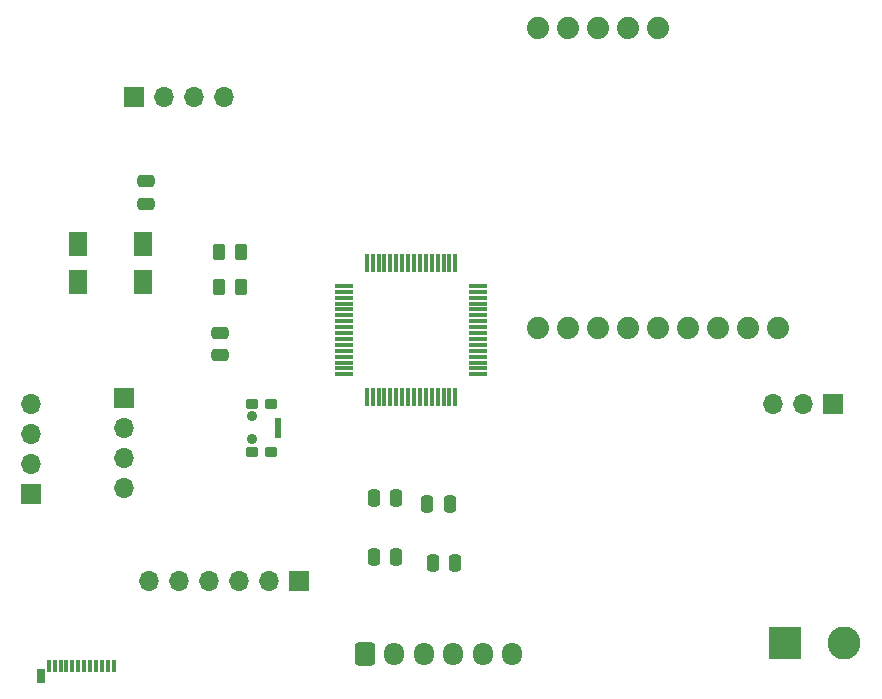
<source format=gbr>
%TF.GenerationSoftware,KiCad,Pcbnew,8.0.8*%
%TF.CreationDate,2025-01-27T11:39:49+01:00*%
%TF.ProjectId,PGE_PCB,5047455f-5043-4422-9e6b-696361645f70,rev?*%
%TF.SameCoordinates,Original*%
%TF.FileFunction,Soldermask,Top*%
%TF.FilePolarity,Negative*%
%FSLAX46Y46*%
G04 Gerber Fmt 4.6, Leading zero omitted, Abs format (unit mm)*
G04 Created by KiCad (PCBNEW 8.0.8) date 2025-01-27 11:39:49*
%MOMM*%
%LPD*%
G01*
G04 APERTURE LIST*
G04 Aperture macros list*
%AMRoundRect*
0 Rectangle with rounded corners*
0 $1 Rounding radius*
0 $2 $3 $4 $5 $6 $7 $8 $9 X,Y pos of 4 corners*
0 Add a 4 corners polygon primitive as box body*
4,1,4,$2,$3,$4,$5,$6,$7,$8,$9,$2,$3,0*
0 Add four circle primitives for the rounded corners*
1,1,$1+$1,$2,$3*
1,1,$1+$1,$4,$5*
1,1,$1+$1,$6,$7*
1,1,$1+$1,$8,$9*
0 Add four rect primitives between the rounded corners*
20,1,$1+$1,$2,$3,$4,$5,0*
20,1,$1+$1,$4,$5,$6,$7,0*
20,1,$1+$1,$6,$7,$8,$9,0*
20,1,$1+$1,$8,$9,$2,$3,0*%
G04 Aperture macros list end*
%ADD10RoundRect,0.250000X-0.262500X-0.450000X0.262500X-0.450000X0.262500X0.450000X-0.262500X0.450000X0*%
%ADD11RoundRect,0.250000X-0.475000X0.250000X-0.475000X-0.250000X0.475000X-0.250000X0.475000X0.250000X0*%
%ADD12RoundRect,0.102000X-0.650000X0.950000X-0.650000X-0.950000X0.650000X-0.950000X0.650000X0.950000X0*%
%ADD13RoundRect,0.250000X-0.250000X-0.475000X0.250000X-0.475000X0.250000X0.475000X-0.250000X0.475000X0*%
%ADD14RoundRect,0.250000X-0.600000X-0.725000X0.600000X-0.725000X0.600000X0.725000X-0.600000X0.725000X0*%
%ADD15O,1.700000X1.950000*%
%ADD16R,1.700000X1.700000*%
%ADD17O,1.700000X1.700000*%
%ADD18C,1.879600*%
%ADD19R,0.380000X1.000000*%
%ADD20R,0.700000X1.150000*%
%ADD21C,0.900000*%
%ADD22RoundRect,0.135000X-0.365000X0.315000X-0.365000X-0.315000X0.365000X-0.315000X0.365000X0.315000X0*%
%ADD23RoundRect,0.082500X-0.192500X0.767500X-0.192500X-0.767500X0.192500X-0.767500X0.192500X0.767500X0*%
%ADD24R,2.800000X2.800000*%
%ADD25C,2.800000*%
%ADD26RoundRect,0.075000X-0.700000X-0.075000X0.700000X-0.075000X0.700000X0.075000X-0.700000X0.075000X0*%
%ADD27RoundRect,0.075000X-0.075000X-0.700000X0.075000X-0.700000X0.075000X0.700000X-0.075000X0.700000X0*%
G04 APERTURE END LIST*
D10*
%TO.C,R1*%
X110575000Y-84100000D03*
X112400000Y-84100000D03*
%TD*%
D11*
%TO.C,C1*%
X104400000Y-78150000D03*
X104400000Y-80050000D03*
%TD*%
D12*
%TO.C,Y1*%
X104150000Y-83500000D03*
X98650000Y-83500000D03*
X98650000Y-86700000D03*
X104150000Y-86700000D03*
%TD*%
D13*
%TO.C,C21*%
X123650000Y-105000000D03*
X125550000Y-105000000D03*
%TD*%
D10*
%TO.C,R2*%
X110575000Y-87100000D03*
X112400000Y-87100000D03*
%TD*%
D13*
%TO.C,C18*%
X128200000Y-105500000D03*
X130100000Y-105500000D03*
%TD*%
D14*
%TO.C,ST_LINK1*%
X122900000Y-118200000D03*
D15*
X125400000Y-118200000D03*
X127900000Y-118200000D03*
X130400000Y-118200000D03*
X132900000Y-118200000D03*
X135400000Y-118200000D03*
%TD*%
D13*
%TO.C,C19*%
X128650000Y-110500000D03*
X130550000Y-110500000D03*
%TD*%
D16*
%TO.C,GPS_J4*%
X103380000Y-71000000D03*
D17*
X105920000Y-71000000D03*
X108460000Y-71000000D03*
X111000000Y-71000000D03*
%TD*%
D18*
%TO.C,RFM9x1*%
X137586000Y-90565000D03*
X140126000Y-90565000D03*
X142666000Y-90565000D03*
X145206000Y-90565000D03*
X147746000Y-90565000D03*
X150286000Y-90565000D03*
X152826000Y-90565000D03*
X155366000Y-90565000D03*
X157906000Y-90565000D03*
X137586000Y-65165000D03*
X140126000Y-65165000D03*
X142666000Y-65165000D03*
X145206000Y-65165000D03*
X147746000Y-65165000D03*
%TD*%
D11*
%TO.C,C2*%
X110650000Y-91000000D03*
X110650000Y-92900000D03*
%TD*%
D13*
%TO.C,C20*%
X123650000Y-110000000D03*
X125550000Y-110000000D03*
%TD*%
D16*
%TO.C,J1*%
X162525000Y-97000000D03*
D17*
X159985000Y-97000000D03*
X157445000Y-97000000D03*
%TD*%
D16*
%TO.C,SPI_SD1*%
X117310000Y-112000000D03*
D17*
X114770000Y-112000000D03*
X112230000Y-112000000D03*
X109690000Y-112000000D03*
X107150000Y-112000000D03*
X104610000Y-112000000D03*
%TD*%
D19*
%TO.C,P1*%
X96150000Y-119160000D03*
X96650000Y-119160000D03*
X97150000Y-119160000D03*
X97650000Y-119160000D03*
X98150000Y-119160000D03*
X98650000Y-119160000D03*
X99150000Y-119160000D03*
X99650000Y-119160000D03*
X100150000Y-119160000D03*
X100650000Y-119160000D03*
X101150000Y-119160000D03*
X101650000Y-119160000D03*
D20*
X95480000Y-120000000D03*
%TD*%
D21*
%TO.C,SW1*%
X113400000Y-98050000D03*
X113400000Y-100000000D03*
D22*
X114950000Y-96975000D03*
X114950000Y-101075000D03*
X113350000Y-96975000D03*
X113350000Y-101075000D03*
D23*
X115575000Y-99025000D03*
%TD*%
D24*
%TO.C,CN2*%
X158500000Y-117250000D03*
D25*
X163500000Y-117250000D03*
%TD*%
D26*
%TO.C,U1*%
X121150000Y-87000000D03*
X121150000Y-87500000D03*
X121150000Y-88000000D03*
X121150000Y-88500000D03*
X121150000Y-89000000D03*
X121150000Y-89500000D03*
X121150000Y-90000000D03*
X121150000Y-90500000D03*
X121150000Y-91000000D03*
X121150000Y-91500000D03*
X121150000Y-92000000D03*
X121150000Y-92500000D03*
X121150000Y-93000000D03*
X121150000Y-93500000D03*
X121150000Y-94000000D03*
X121150000Y-94500000D03*
D27*
X123075000Y-96425000D03*
X123575000Y-96425000D03*
X124075000Y-96425000D03*
X124575000Y-96425000D03*
X125075000Y-96425000D03*
X125575000Y-96425000D03*
X126075000Y-96425000D03*
X126575000Y-96425000D03*
X127075000Y-96425000D03*
X127575000Y-96425000D03*
X128075000Y-96425000D03*
X128575000Y-96425000D03*
X129075000Y-96425000D03*
X129575000Y-96425000D03*
X130075000Y-96425000D03*
X130575000Y-96425000D03*
D26*
X132500000Y-94500000D03*
X132500000Y-94000000D03*
X132500000Y-93500000D03*
X132500000Y-93000000D03*
X132500000Y-92500000D03*
X132500000Y-92000000D03*
X132500000Y-91500000D03*
X132500000Y-91000000D03*
X132500000Y-90500000D03*
X132500000Y-90000000D03*
X132500000Y-89500000D03*
X132500000Y-89000000D03*
X132500000Y-88500000D03*
X132500000Y-88000000D03*
X132500000Y-87500000D03*
X132500000Y-87000000D03*
D27*
X130575000Y-85075000D03*
X130075000Y-85075000D03*
X129575000Y-85075000D03*
X129075000Y-85075000D03*
X128575000Y-85075000D03*
X128075000Y-85075000D03*
X127575000Y-85075000D03*
X127075000Y-85075000D03*
X126575000Y-85075000D03*
X126075000Y-85075000D03*
X125575000Y-85075000D03*
X125075000Y-85075000D03*
X124575000Y-85075000D03*
X124075000Y-85075000D03*
X123575000Y-85075000D03*
X123075000Y-85075000D03*
%TD*%
D16*
%TO.C,UART1*%
X94650000Y-104620000D03*
D17*
X94650000Y-102080000D03*
X94650000Y-99540000D03*
X94650000Y-97000000D03*
%TD*%
D16*
%TO.C,I2C1*%
X102500000Y-96500000D03*
D17*
X102500000Y-99040000D03*
X102500000Y-101580000D03*
X102500000Y-104120000D03*
%TD*%
M02*

</source>
